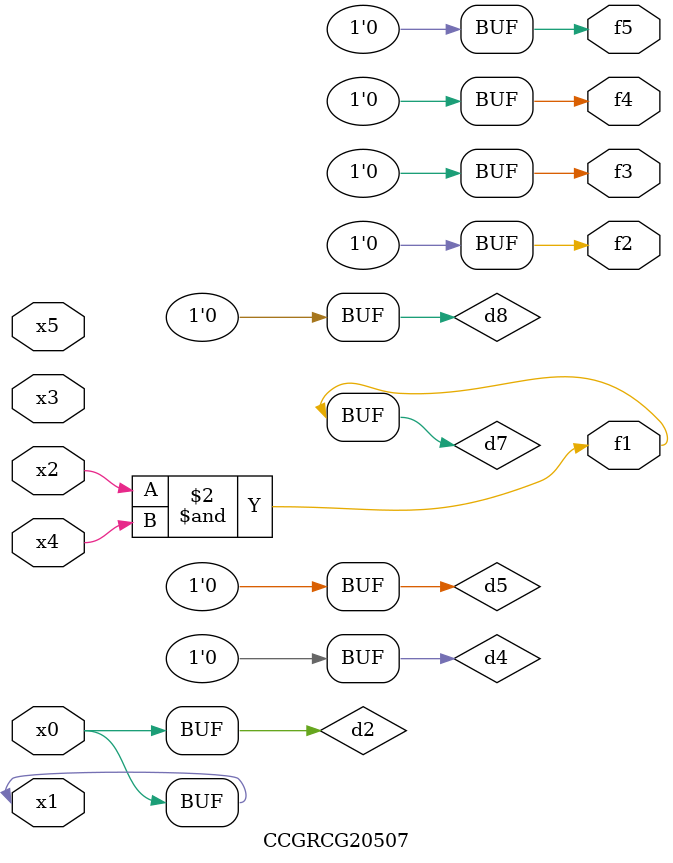
<source format=v>
module CCGRCG20507(
	input x0, x1, x2, x3, x4, x5,
	output f1, f2, f3, f4, f5
);

	wire d1, d2, d3, d4, d5, d6, d7, d8, d9;

	nand (d1, x1);
	buf (d2, x0, x1);
	nand (d3, x2, x4);
	and (d4, d1, d2);
	and (d5, d1, d2);
	nand (d6, d1, d3);
	not (d7, d3);
	xor (d8, d5);
	nor (d9, d5, d6);
	assign f1 = d7;
	assign f2 = d8;
	assign f3 = d8;
	assign f4 = d8;
	assign f5 = d8;
endmodule

</source>
